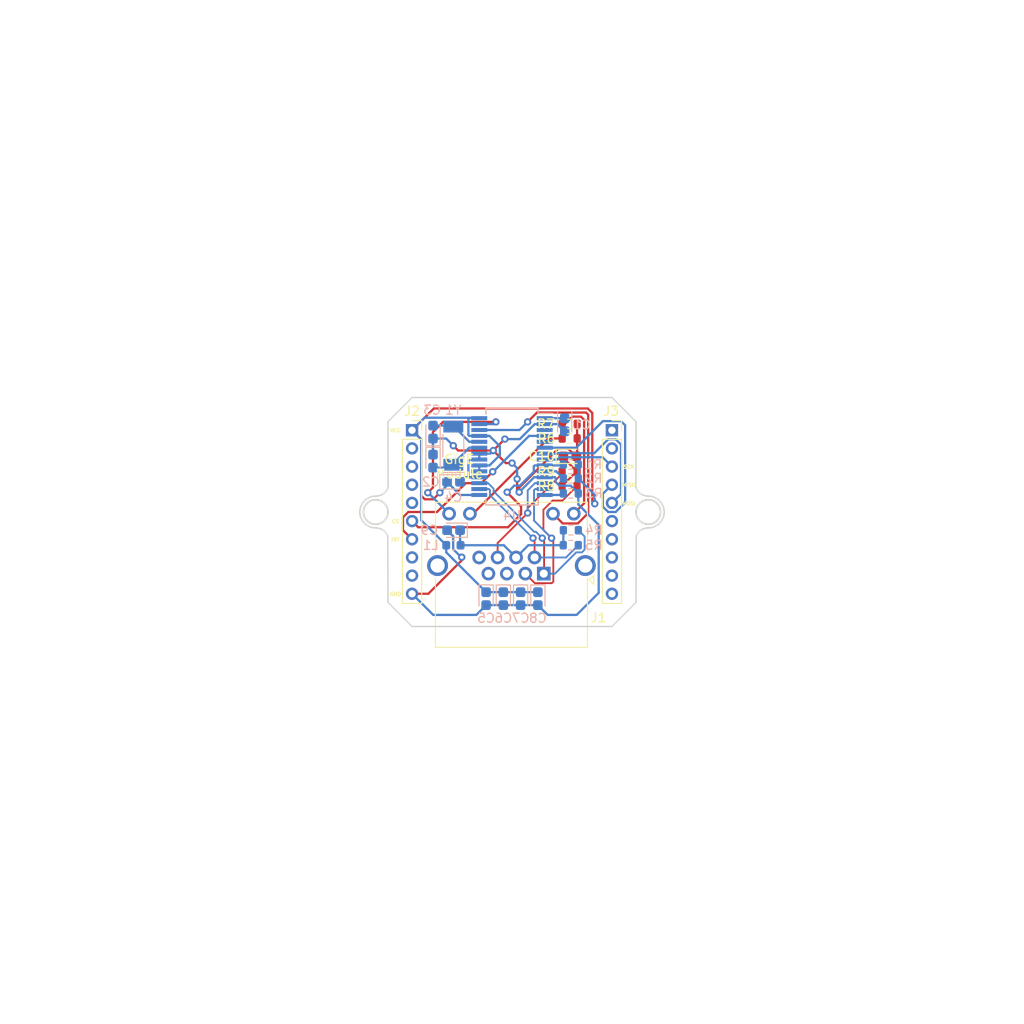
<source format=kicad_pcb>
(kicad_pcb (version 20221018) (generator pcbnew)
  (title_block (title "GigE Interface for Bitcraze Crazyflie 2.0") (date "2023-09-25") (company "Jose Ignacio Granados Marín") (comment 1 "Desarrollo de un vehículo aéreo no tripulado modular de bajo costo") (comment 2 "Trabajo Final de Graduación") (comment 3 "Área Académica de Ingeniería en Computadores") (comment 4 "Instituto Tecnológico de Costa Rica"))
  (layers (0 "F.Cu" signal) (31 "B.Cu" signal) (34 "B.Paste" user) (35 "F.Paste" user) (36 "B.SilkS" user "B.Silkscreen") (37 "F.SilkS" user "F.Silkscreen") (38 "B.Mask" user) (39 "F.Mask" user) (44 "Edge.Cuts" user))
  (net 0 "")
  (net 1 "Net-(U4-VCAP)")
  (net 2 "/GND")
  (net 3 "Net-(U4-OSC1)")
  (net 4 "Net-(U4-OSC2)")
  (net 5 "/VCC")
  (net 6 "Net-(C10-Pad1)")
  (net 10 "Net-(J1-Pad9)")
  (net 11 "/CS")
  (net 12 "/INT")
  (net 13 "Net-(J1-Pad11)")
  (net 17 "/SCK")
  (net 18 "/MISO")
  (net 19 "/MOSI")
  (net 25 "/LEDA")
  (net 26 "/LEDB")
  (net 27 "/TPOUT+")
  (net 28 "/TPOUT-")
  (net 29 "/TPIN+")
  (net 30 "/TPIN-")
  (net 31 "Net-(U4-~{RESET})")
  (net 32 "Net-(U4-RBIAS)")
  (net 40 "Net-(C9-Pad1)")
  (footprint "Connector_RJ:RJ45_Amphenol_RJHSE538X" (layer "F.Cu") (at 148.27 101.81 180)
    (fp_text reference "J1")
    (fp_text value "RJ45_LED" hide)
  )
  (footprint "Resistor_SMD:R_0603_1608Metric" (layer "F.Cu") (at 151.12 85.33)
    (fp_text reference "R7")
    (fp_text value "180" hide)
  )
  (footprint "Resistor_SMD:R_0603_1608Metric" (layer "F.Cu") (at 151.12 86.93)
    (fp_text reference "R6")
    (fp_text value "180" hide)
  )
  (footprint "Resistor_SMD:R_0603_1608Metric" (layer "F.Cu") (at 151.11 90.58)
    (fp_text reference "R9")
    (fp_text value "49.9" hide)
  )
  (footprint "Connector_PinSocket_2.00mm:PinSocket_1x10_P2.00mm_Vertical" (layer "F.Cu") (at 155.772 86.025)
    (fp_text reference "J3")
    (fp_text value "Conn_01x10_Socket" hide)
  )
  (footprint "Connector_PinSocket_2.00mm:PinSocket_1x10_P2.00mm_Vertical" (layer "F.Cu") (at 133.772 86.025)
    (fp_text reference "J2")
    (fp_text value "Conn_01x10_Socket" hide)
  )
  (footprint "Capacitor_Tantalum_SMD:CP_EIA-1608-08_AVX-J" (layer "F.Cu") (at 151.1325 88.9)
    (fp_text reference "C10")
    (fp_text value "10nF" hide)
  )
  (footprint "Resistor_SMD:R_0603_1608Metric" (layer "F.Cu") (at 151.11 92.16)
    (fp_text reference "R8")
    (fp_text value "49.9" hide)
  )
  (footprint "Resistor_SMD:R_0603_1608Metric" (layer "B.Cu") (at 151.247 91.325 180)
    (fp_text reference "R2")
    (fp_text value "10k" hide)
  )
  (footprint "Package_SO:SSOP-28_5.3x10.2mm_P0.65mm" (layer "B.Cu") (at 144.772 88.925 180)
    (fp_text reference "U4")
    (fp_text value "ENC28J60x-SS" hide)
  )
  (footprint "Capacitor_Tantalum_SMD:CP_EIA-1608-08_AVX-J" (layer "B.Cu") (at 145.72 104.56 -90)
    (fp_text reference "C7")
    (fp_text value "100nF" hide)
  )
  (footprint "Capacitor_Tantalum_SMD:CP_EIA-1608-08_AVX-J" (layer "B.Cu") (at 143.82 104.56 -90)
    (fp_text reference "C6")
    (fp_text value "100nF" hide)
  )
  (footprint "Resistor_SMD:R_0603_1608Metric" (layer "B.Cu") (at 151.24 98.68 180)
    (fp_text reference "R5")
    (fp_text value "49.9" hide)
  )
  (footprint "Capacitor_Tantalum_SMD:CP_EIA-1608-08_AVX-J" (layer "B.Cu") (at 136.08 86.2275 90)
    (fp_text reference "C3")
    (fp_text value "18pF" hide)
  )
  (footprint "Inductor_SMD:L_0603_1608Metric" (layer "B.Cu") (at 138.3225 98.684)
    (fp_text reference "L1")
    (fp_text value "10uH" hide)
  )
  (footprint "Capacitor_Tantalum_SMD:CP_EIA-1608-08_AVX-J" (layer "B.Cu") (at 147.62 104.56 -90)
    (fp_text reference "C8")
    (fp_text value "100nF" hide)
  )
  (footprint "Resistor_SMD:R_0603_1608Metric" (layer "B.Cu") (at 151.25 97.03)
    (fp_text reference "R4")
    (fp_text value "49.9" hide)
  )
  (footprint "Capacitor_Tantalum_SMD:CP_EIA-1608-08_AVX-J" (layer "B.Cu") (at 136.08 89.4225 -90)
    (fp_text reference "C2")
    (fp_text value "18pF" hide)
  )
  (footprint "Resistor_SMD:R_0603_1608Metric" (layer "B.Cu") (at 151.247 89.8 180)
    (fp_text reference "R1")
    (fp_text value "100k" hide)
  )
  (footprint "Crystal:Crystal_SMD_MicroCrystal_CC4V-T1A-2Pin_5.0x1.9mm" (layer "B.Cu") (at 138.312 87.725 90)
    (fp_text reference "Y1")
    (fp_text value "25MHz" hide)
  )
  (footprint "Capacitor_Tantalum_SMD:CP_EIA-1608-08_AVX-J" (layer "B.Cu") (at 138.3345 91.71)
    (fp_text reference "C4")
    (fp_text value "100nF" hide)
  )
  (footprint "Capacitor_Tantalum_SMD:CP_EIA-1608-08_AVX-J" (layer "B.Cu") (at 141.92 104.56 -90)
    (fp_text reference "C5")
    (fp_text value "100nF" hide)
  )
  (footprint "Capacitor_Tantalum_SMD:CP_EIA-1608-08_AVX-J" (layer "B.Cu") (at 150.572 85.425 -90)
    (fp_text reference "C1")
    (fp_text value "10uF" hide)
  )
  (footprint "Capacitor_Tantalum_SMD:CP_EIA-1608-08_AVX-J" (layer "B.Cu") (at 138.345 97.03 180)
    (fp_text reference "C9")
    (fp_text value "0.01u" hide)
  )
  (footprint "Resistor_SMD:R_0603_1608Metric" (layer "B.Cu") (at 151.247 92.975)
    (fp_text reference "R3")
    (fp_text value "2k" hide)
  )
  (gr_line (start 129.969179 96.789017) (end 130.067656 96.806292) (stroke (width 0.15)) (layer "Edge.Cuts"))
  (gr_line (start 130.419649 93.122851) (end 130.32865 93.164266) (stroke (width 0.15)) (layer "Edge.Cuts"))
  (gr_line (start 160.070533 93.300651) (end 160.168526 93.320515) (stroke (width 0.15)) (layer "Edge.Cuts"))
  (gr_line (start 131.015368 97.485636) (end 131.063353 97.573348) (stroke (width 0.15)) (layer "Edge.Cuts"))
  (gr_line (start 129.869746 96.77857) (end 129.969179 96.789017) (stroke (width 0.15)) (layer "Edge.Cuts"))
  (gr_line (start 128.108061 95.567042) (end 128.141734 95.661188) (stroke (width 0.15)) (layer "Edge.Cuts"))
  (gr_line (start 160.544426 93.454694) (end 160.632848 93.501372) (stroke (width 0.15)) (layer "Edge.Cuts"))
  (gr_line (start 129.674263 96.772269) (end 129.76983 96.774999) (stroke (width 0.15)) (layer "Edge.Cuts"))
  (gr_line (start 158.444983 92.415967) (end 158.489026 92.505724) (stroke (width 0.15)) (layer "Edge.Cuts"))
  (gr_line (start 161.521254 95.076099) (end 161.515481 95.175918) (stroke (width 0.15)) (layer "Edge.Cuts"))
  (gr_line (start 159.869737 96.772269) (end 159.77417 96.774999) (stroke (width 0.15)) (layer "Edge.Cuts"))
  (gr_line (start 159.284126 96.860963) (end 159.191299 96.898098) (stroke (width 0.15)) (layer "Edge.Cuts"))
  (gr_line (start 128.274158 95.92997) (end 128.328287 96.014037) (stroke (width 0.15)) (layer "Edge.Cuts"))
  (gr_line (start 160.799192 96.441819) (end 160.716599 96.498172) (stroke (width 0.15)) (layer "Edge.Cuts"))
  (gr_line (start 131.136789 92.323396) (end 131.122 85.075) (stroke (width 0.15)) (layer "Edge.Cuts"))
  (gr_line (start 161.51567 94.876285) (end 161.521317 94.976112) (stroke (width 0.15)) (layer "Edge.Cuts"))
  (gr_line (start 129.475647 96.749725) (end 129.574633 96.763835) (stroke (width 0.15)) (layer "Edge.Cuts"))
  (gr_line (start 161.269842 95.92997) (end 161.215713 96.014037) (stroke (width 0.15)) (layer "Edge.Cuts"))
  (gr_line (start 161.402266 95.661188) (end 161.363271 95.753256) (stroke (width 0.15)) (layer "Edge.Cuts"))
  (gr_line (start 158.407211 92.323396) (end 158.444983 92.415967) (stroke (width 0.15)) (layer "Edge.Cuts"))
  (gr_line (start 128.588309 93.736056) (end 128.516627 93.805763) (stroke (width 0.15)) (layer "Edge.Cuts"))
  (gr_line (start 161.027373 93.805763) (end 161.094957 93.879449) (stroke (width 0.15)) (layer "Edge.Cuts"))
  (gr_line (start 128.518169 96.245823) (end 128.589939 96.315439) (stroke (width 0.15)) (layer "Edge.Cuts"))
  (gr_line (start 128.141734 95.661188) (end 128.180729 95.753256) (stroke (width 0.15)) (layer "Edge.Cuts"))
  (gr_line (start 129.278775 93.345944) (end 129.183686 93.376853) (stroke (width 0.15)) (layer "Edge.Cuts"))
  (gr_line (start 161.216962 94.037789) (end 161.270985 94.121924) (stroke (width 0.15)) (layer "Edge.Cuts"))
  (gr_line (start 160.263102 96.704678) (end 160.166372 96.729985) (stroke (width 0.15)) (layer "Edge.Cuts"))
  (gr_line (start 160.954061 96.315439) (end 160.878433 96.380842) (stroke (width 0.15)) (layer "Edge.Cuts"))
  (gr_line (start 130.235021 93.199333) (end 130.139204 93.227884) (stroke (width 0.15)) (layer "Edge.Cuts"))
  (gr_line (start 159.574821 96.789017) (end 159.476344 96.806292) (stroke (width 0.15)) (layer "Edge.Cuts"))
  (gr_line (start 128.039669 94.776944) (end 128.02833 94.876285) (stroke (width 0.15)) (layer "Edge.Cuts"))
  (gr_line (start 130.748972 92.898038) (end 130.672639 92.962609) (stroke (width 0.15)) (layer "Edge.Cuts"))
  (gr_line (start 161.504016 95.275245) (end 161.486897 95.373755) (stroke (width 0.15)) (layer "Edge.Cuts"))
  (gr_line (start 130.961453 97.401438) (end 131.015368 97.485636) (stroke (width 0.15)) (layer "Edge.Cuts"))
  (gr_line (start 131.00487 92.592244) (end 130.948941 92.675117) (stroke (width 0.15)) (layer "Edge.Cuts"))
  (gr_line (start 129.473467 93.300651) (end 129.375474 93.320515) (stroke (width 0.15)) (layer "Edge.Cuts"))
  (gr_line (start 129.280898 96.704678) (end 129.377628 96.729985) (stroke (width 0.15)) (layer "Edge.Cuts"))
  (gr_line (start 130.259874 96.860963) (end 130.352701 96.898098) (stroke (width 0.15)) (layer "Edge.Cuts"))
  (gr_line (start 160.880146 93.670557) (end 160.955691 93.736056) (stroke (width 0.15)) (layer "Edge.Cuts"))
  (gr_line (start 160.068353 96.749725) (end 159.969367 96.763835) (stroke (width 0.15)) (layer "Edge.Cuts"))
  (gr_line (start 159.404796 93.227884) (end 159.502348 93.249785) (stroke (width 0.15)) (layer "Edge.Cuts"))
  (gr_line (start 158.707116 97.245172) (end 158.642137 97.321157) (stroke (width 0.15)) (layer "Edge.Cuts"))
  (gr_line (start 161.270985 94.121924) (end 161.320114 94.209008) (stroke (width 0.15)) (layer "Edge.Cuts"))
  (gr_line (start 161.36419 94.298755) (end 161.403069 94.390873) (stroke (width 0.15)) (layer "Edge.Cuts"))
  (gr_line (start 128.079258 94.581012) (end 128.056664 94.678413) (stroke (width 0.15)) (layer "Edge.Cuts"))
  (gr_line (start 130.901863 97.321157) (end 130.961453 97.401438) (stroke (width 0.15)) (layer "Edge.Cuts"))
  (gr_line (start 128.180729 95.753256) (end 128.224918 95.842948) (stroke (width 0.15)) (layer "Edge.Cuts"))
  (gr_line (start 158.489026 92.505724) (end 158.53913 92.592244) (stroke (width 0.15)) (layer "Edge.Cuts"))
  (gr_line (start 131.054974 92.505724) (end 131.00487 92.592244) (stroke (width 0.15)) (layer "Edge.Cuts"))
  (gr_line (start 129.00156 96.596281) (end 129.092556 96.637717) (stroke (width 0.15)) (layer "Edge.Cuts"))
  (gr_line (start 160.800982 93.60948) (end 160.880146 93.670557) (stroke (width 0.15)) (layer "Edge.Cuts"))
  (gr_line (start 159.674254 96.77857) (end 159.574821 96.789017) (stroke (width 0.15)) (layer "Edge.Cuts"))
  (gr_line (start 128.744808 96.441819) (end 128.827401 96.498172) (stroke (width 0.15)) (layer "Edge.Cuts"))
  (gr_line (start 158.422 104.975) (end 157.672 105.725) (stroke (width 0.15)) (layer "Edge.Cuts"))
  (gr_line (start 158.951949 93.021783) (end 159.036412 93.075281) (stroke (width 0.15)) (layer "Edge.Cuts"))
  (gr_line (start 161.158222 93.956876) (end 161.216962 94.037789) (stroke (width 0.15)) (layer "Edge.Cuts"))
  (gr_line (start 161.156871 96.094876) (end 161.093508 96.172222) (stroke (width 0.15)) (layer "Edge.Cuts"))
  (gr_line (start 129.375474 93.320515) (end 129.278775 93.345944) (stroke (width 0.15)) (layer "Edge.Cuts"))
  (gr_line (start 129.843193 93.273256) (end 129.772 93.275) (stroke (width 0.15)) (layer "Edge.Cuts"))
  (gr_line (start 161.464742 94.581012) (end 161.487336 94.678413) (stroke (width 0.15)) (layer "Edge.Cuts"))
  (gr_line (start 158.723312 92.828376) (end 158.795028 92.898038) (stroke (width 0.15)) (layer "Edge.Cuts"))
  (gr_line (start 161.094957 93.879449) (end 161.158222 93.956876) (stroke (width 0.15)) (layer "Edge.Cuts"))
  (gr_line (start 129.572435 93.286416) (end 129.473467 93.300651) (stroke (width 0.15)) (layer "Edge.Cuts"))
  (gr_line (start 158.53913 92.592244) (end 158.595059 92.675117) (stroke (width 0.15)) (layer "Edge.Cuts"))
  (gr_line (start 159.101251 96.941543) (end 159.014411 96.991089) (stroke (width 0.15)) (layer "Edge.Cuts"))
  (gr_line (start 128.057103 95.373755) (end 128.07982 95.471127) (stroke (width 0.15)) (layer "Edge.Cuts"))
  (gr_line (start 131.872 105.725) (end 133.772 107.625) (stroke (width 0.15)) (layer "Edge.Cuts"))
  (gr_line (start 130.529589 96.991089) (end 130.612809 97.046502) (stroke (width 0.15)) (layer "Edge.Cuts"))
  (gr_line (start 161.403069 94.390873) (end 161.436622 94.485062) (stroke (width 0.15)) (layer "Edge.Cuts"))
  (gr_line (start 158.528632 97.485636) (end 158.480647 97.573348) (stroke (width 0.15)) (layer "Edge.Cuts"))
  (gr_line (start 130.766822 97.173846) (end 130.836884 97.245172) (stroke (width 0.15)) (layer "Edge.Cuts"))
  (gr_line (start 128.999574 93.454694) (end 128.911152 93.501372) (stroke (width 0.15)) (layer "Edge.Cuts"))
  (gr_line (start 133.772 82.425) (end 153.972 82.425) (stroke (width 0.15)) (layer "Edge.Cuts"))
  (gr_line (start 159.77417 96.774999) (end 159.77417 96.774999) (stroke (width 0.15)) (layer "Edge.Cuts"))
  (gr_line (start 161.320114 94.209008) (end 161.36419 94.298755) (stroke (width 0.15)) (layer "Edge.Cuts"))
  (gr_line (start 160.453482 93.413143) (end 160.544426 93.454694) (stroke (width 0.15)) (layer "Edge.Cuts"))
  (gr_line (start 158.795028 92.898038) (end 158.871361 92.962609) (stroke (width 0.15)) (layer "Edge.Cuts"))
  (gr_line (start 130.139204 93.227884) (end 130.041652 93.249785) (stroke (width 0.15)) (layer "Edge.Cuts"))
  (gr_line (start 128.911152 93.501372) (end 128.82554 93.553023) (stroke (width 0.15)) (layer "Edge.Cuts"))
  (gr_line (start 160.166372 96.729985) (end 160.068353 96.749725) (stroke (width 0.15)) (layer "Edge.Cuts"))
  (gr_line (start 128.589939 96.315439) (end 128.665567 96.380842) (stroke (width 0.15)) (layer "Edge.Cuts"))
  (gr_line (start 130.32865 93.164266) (end 130.235021 93.199333) (stroke (width 0.15)) (layer "Edge.Cuts"))
  (gr_line (start 128.02833 94.876285) (end 128.022683 94.976112) (stroke (width 0.15)) (layer "Edge.Cuts"))
  (gr_line (start 158.422 85.075) (end 157.672 84.325) (stroke (width 0.15)) (layer "Edge.Cuts"))
  (gr_line (start 158.777178 97.173846) (end 158.707116 97.245172) (stroke (width 0.15)) (layer "Edge.Cuts"))
  (gr_line (start 129.672054 93.277856) (end 129.572435 93.286416) (stroke (width 0.15)) (layer "Edge.Cuts"))
  (gr_line (start 161.486897 95.373755) (end 161.46418 95.471127) (stroke (width 0.15)) (layer "Edge.Cuts"))
  (gr_line (start 161.487336 94.678413) (end 161.504331 94.776944) (stroke (width 0.15)) (layer "Edge.Cuts"))
  (gr_line (start 128.387129 96.094876) (end 128.450492 96.172222) (stroke (width 0.15)) (layer "Edge.Cuts"))
  (gr_line (start 161.093508 96.172222) (end 161.025831 96.245823) (stroke (width 0.15)) (layer "Edge.Cuts"))
  (gr_line (start 131.105179 97.664159) (end 131.122 104.975) (stroke (width 0.15)) (layer "Edge.Cuts"))
  (gr_line (start 161.363271 95.753256) (end 161.319082 95.842948) (stroke (width 0.15)) (layer "Edge.Cuts"))
  (gr_line (start 128.07982 95.471127) (end 128.108061 95.567042) (stroke (width 0.15)) (layer "Edge.Cuts"))
  (gr_line (start 159.191299 96.898098) (end 159.101251 96.941543) (stroke (width 0.15)) (layer "Edge.Cuts"))
  (gr_line (start 158.642137 97.321157) (end 158.582547 97.401438) (stroke (width 0.15)) (layer "Edge.Cuts"))
  (gr_line (start 159.772 93.275) (end 159.871946 93.277856) (stroke (width 0.15)) (layer "Edge.Cuts"))
  (gr_line (start 130.164708 96.830312) (end 130.259874 96.860963) (stroke (width 0.15)) (layer "Edge.Cuts"))
  (gr_line (start 159.308979 93.199333) (end 159.404796 93.227884) (stroke (width 0.15)) (layer "Edge.Cuts"))
  (gr_line (start 159.969367 96.763835) (end 159.869737 96.772269) (stroke (width 0.15)) (layer "Edge.Cuts"))
  (gr_line (start 160.955691 93.736056) (end 161.027373 93.805763) (stroke (width 0.15)) (layer "Edge.Cuts"))
  (gr_line (start 128.056664 94.678413) (end 128.039669 94.776944) (stroke (width 0.15)) (layer "Edge.Cuts"))
  (gr_line (start 161.215713 96.014037) (end 161.156871 96.094876) (stroke (width 0.15)) (layer "Edge.Cuts"))
  (gr_line (start 130.041652 93.249785) (end 129.942826 93.264933) (stroke (width 0.15)) (layer "Edge.Cuts"))
  (gr_line (start 160.630922 96.549715) (end 160.54244 96.596281) (stroke (width 0.15)) (layer "Edge.Cuts"))
  (gr_line (start 157.672 105.725) (end 155.772 107.625) (stroke (width 0.15)) (layer "Edge.Cuts"))
  (gr_line (start 159.601174 93.264933) (end 159.700807 93.273256) (stroke (width 0.15)) (layer "Edge.Cuts"))
  (gr_line (start 128.663854 93.670557) (end 128.588309 93.736056) (stroke (width 0.15)) (layer "Edge.Cuts"))
  (gr_line (start 158.407211 92.323396) (end 158.422 85.075) (stroke (width 0.15)) (layer "Edge.Cuts"))
  (gr_line (start 158.851988 97.107517) (end 158.777178 97.173846) (stroke (width 0.15)) (layer "Edge.Cuts"))
  (gr_line (start 161.46418 95.471127) (end 161.435939 95.567042) (stroke (width 0.15)) (layer "Edge.Cuts"))
  (gr_line (start 130.442749 96.941543) (end 130.529589 96.991089) (stroke (width 0.15)) (layer "Edge.Cuts"))
  (gr_line (start 159.014411 96.991089) (end 158.931191 97.046502) (stroke (width 0.15)) (layer "Edge.Cuts"))
  (gr_line (start 159.971565 93.286416) (end 160.070533 93.300651) (stroke (width 0.15)) (layer "Edge.Cuts"))
  (gr_line (start 129.090518 93.413143) (end 128.999574 93.454694) (stroke (width 0.15)) (layer "Edge.Cuts"))
  (gr_line (start 158.931191 97.046502) (end 158.851988 97.107517) (stroke (width 0.15)) (layer "Edge.Cuts"))
  (gr_line (start 159.124351 93.122851) (end 159.21535 93.164266) (stroke (width 0.15)) (layer "Edge.Cuts"))
  (gr_line (start 159.77417 96.774999) (end 159.674254 96.77857) (stroke (width 0.15)) (layer "Edge.Cuts"))
  (gr_line (start 128.039984 95.275245) (end 128.057103 95.373755) (stroke (width 0.15)) (layer "Edge.Cuts"))
  (gr_line (start 157.672 84.325) (end 155.772 82.425) (stroke (width 0.15)) (layer "Edge.Cuts"))
  (gr_line (start 128.028519 95.175918) (end 128.039984 95.275245) (stroke (width 0.15)) (layer "Edge.Cuts"))
  (gr_line (start 161.025831 96.245823) (end 160.954061 96.315439) (stroke (width 0.15)) (layer "Edge.Cuts"))
  (gr_line (start 160.360314 93.376853) (end 160.453482 93.413143) (stroke (width 0.15)) (layer "Edge.Cuts"))
  (gr_line (start 160.35823 96.673889) (end 160.263102 96.704678) (stroke (width 0.15)) (layer "Edge.Cuts"))
  (gr_line (start 128.107378 94.485062) (end 128.079258 94.581012) (stroke (width 0.15)) (layer "Edge.Cuts"))
  (gr_line (start 158.871361 92.962609) (end 158.951949 93.021783) (stroke (width 0.15)) (layer "Edge.Cuts"))
  (gr_line (start 159.700807 93.273256) (end 159.772 93.275) (stroke (width 0.15)) (layer "Edge.Cuts"))
  (gr_line (start 159.21535 93.164266) (end 159.308979 93.199333) (stroke (width 0.15)) (layer "Edge.Cuts"))
  (gr_line (start 161.319082 95.842948) (end 161.269842 95.92997) (stroke (width 0.15)) (layer "Edge.Cuts"))
  (gr_line (start 128.140931 94.390873) (end 128.107378 94.485062) (stroke (width 0.15)) (layer "Edge.Cuts"))
  (gr_line (start 128.450492 96.172222) (end 128.518169 96.245823) (stroke (width 0.15)) (layer "Edge.Cuts"))
  (gr_line (start 130.820688 92.828376) (end 130.748972 92.898038) (stroke (width 0.15)) (layer "Edge.Cuts"))
  (gr_line (start 131.136789 92.323396) (end 131.099017 92.415967) (stroke (width 0.15)) (layer "Edge.Cuts"))
  (gr_line (start 129.574633 96.763835) (end 129.674263 96.772269) (stroke (width 0.15)) (layer "Edge.Cuts"))
  (gr_line (start 130.592051 93.021783) (end 130.507588 93.075281) (stroke (width 0.15)) (layer "Edge.Cuts"))
  (gr_line (start 155.772 107.625) (end 133.772 107.625) (stroke (width 0.15)) (layer "Edge.Cuts"))
  (gr_line (start 160.632848 93.501372) (end 160.71846 93.553023) (stroke (width 0.15)) (layer "Edge.Cuts"))
  (gr_line (start 128.913078 96.549715) (end 129.00156 96.596281) (stroke (width 0.15)) (layer "Edge.Cuts"))
  (gr_line (start 160.716599 96.498172) (end 160.630922 96.549715) (stroke (width 0.15)) (layer "Edge.Cuts"))
  (gr_line (start 161.515481 95.175918) (end 161.504016 95.275245) (stroke (width 0.15)) (layer "Edge.Cuts"))
  (gr_circle (center 129.772 95.025) (end 131.122 95.025) (stroke (width 0.2)) (fill none) (layer "Edge.Cuts"))
  (gr_line (start 128.328287 96.014037) (end 128.387129 96.094876) (stroke (width 0.15)) (layer "Edge.Cuts"))
  (gr_line (start 128.224918 95.842948) (end 128.274158 95.92997) (stroke (width 0.15)) (layer "Edge.Cuts"))
  (gr_line (start 131.099017 92.415967) (end 131.054974 92.505724) (stroke (width 0.15)) (layer "Edge.Cuts"))
  (gr_line (start 130.507588 93.075281) (end 130.419649 93.122851) (stroke (width 0.15)) (layer "Edge.Cuts"))
  (gr_line (start 130.672639 92.962609) (end 130.592051 93.021783) (stroke (width 0.15)) (layer "Edge.Cuts"))
  (gr_line (start 160.54244 96.596281) (end 160.451444 96.637717) (stroke (width 0.15)) (layer "Edge.Cuts"))
  (gr_line (start 158.65655 92.753951) (end 158.723312 92.828376) (stroke (width 0.15)) (layer "Edge.Cuts"))
  (gr_line (start 131.122 104.975) (end 131.872 105.725) (stroke (width 0.15)) (layer "Edge.Cuts"))
  (gr_line (start 131.872 84.325) (end 133.772 82.425) (stroke (width 0.15)) (layer "Edge.Cuts"))
  (gr_line (start 160.71846 93.553023) (end 160.800982 93.60948) (stroke (width 0.15)) (layer "Edge.Cuts"))
  (gr_line (start 129.377628 96.729985) (end 129.475647 96.749725) (stroke (width 0.15)) (layer "Edge.Cuts"))
  (gr_line (start 129.942826 93.264933) (end 129.843193 93.273256) (stroke (width 0.15)) (layer "Edge.Cuts"))
  (gr_line (start 128.022746 95.076099) (end 128.028519 95.175918) (stroke (width 0.15)) (layer "Edge.Cuts"))
  (gr_line (start 161.436622 94.485062) (end 161.464742 94.581012) (stroke (width 0.15)) (layer "Edge.Cuts"))
  (gr_line (start 159.036412 93.075281) (end 159.124351 93.122851) (stroke (width 0.15)) (layer "Edge.Cuts"))
  (gr_line (start 128.827401 96.498172) (end 128.913078 96.549715) (stroke (width 0.15)) (layer "Edge.Cuts"))
  (gr_line (start 129.092556 96.637717) (end 129.18577 96.673889) (stroke (width 0.15)) (layer "Edge.Cuts"))
  (gr_line (start 160.878433 96.380842) (end 160.799192 96.441819) (stroke (width 0.15)) (layer "Edge.Cuts"))
  (gr_line (start 129.76983 96.774999) (end 129.869746 96.77857) (stroke (width 0.15)) (layer "Edge.Cuts"))
  (gr_line (start 130.067656 96.806292) (end 130.164708 96.830312) (stroke (width 0.15)) (layer "Edge.Cuts"))
  (gr_line (start 158.595059 92.675117) (end 158.65655 92.753951) (stroke (width 0.15)) (layer "Edge.Cuts"))
  (gr_line (start 160.168526 93.320515) (end 160.265225 93.345944) (stroke (width 0.15)) (layer "Edge.Cuts"))
  (gr_line (start 128.273015 94.121924) (end 128.223886 94.209008) (stroke (width 0.15)) (layer "Edge.Cuts"))
  (gr_line (start 159.476344 96.806292) (end 159.379292 96.830312) (stroke (width 0.15)) (layer "Edge.Cuts"))
  (gr_line (start 129.183686 93.376853) (end 129.090518 93.413143) (stroke (width 0.15)) (layer "Edge.Cuts"))
  (gr_line (start 160.451444 96.637717) (end 160.35823 96.673889) (stroke (width 0.15)) (layer "Edge.Cuts"))
  (gr_line (start 131.122 85.075) (end 131.872 84.325) (stroke (width 0.15)) (layer "Edge.Cuts"))
  (gr_line (start 128.516627 93.805763) (end 128.449043 93.879449) (stroke (width 0.15)) (layer "Edge.Cuts"))
  (gr_line (start 159.379292 96.830312) (end 159.284126 96.860963) (stroke (width 0.15)) (layer "Edge.Cuts"))
  (gr_line (start 128.743018 93.60948) (end 128.663854 93.670557) (stroke (width 0.15)) (layer "Edge.Cuts"))
  (gr_line (start 130.612809 97.046502) (end 130.692012 97.107517) (stroke (width 0.15)) (layer "Edge.Cuts"))
  (gr_line (start 129.18577 96.673889) (end 129.280898 96.704678) (stroke (width 0.15)) (layer "Edge.Cuts"))
  (gr_line (start 155.772 82.425) (end 153.972 82.425) (stroke (width 0.15)) (layer "Edge.Cuts"))
  (gr_line (start 158.582547 97.401438) (end 158.528632 97.485636) (stroke (width 0.15)) (layer "Edge.Cuts"))
  (gr_line (start 130.948941 92.675117) (end 130.88745 92.753951) (stroke (width 0.15)) (layer "Edge.Cuts"))
  (gr_line (start 129.772 93.275) (end 129.672054 93.277856) (stroke (width 0.15)) (layer "Edge.Cuts"))
  (gr_line (start 128.82554 93.553023) (end 128.743018 93.60948) (stroke (width 0.15)) (layer "Edge.Cuts"))
  (gr_line (start 161.504331 94.776944) (end 161.51567 94.876285) (stroke (width 0.15)) (layer "Edge.Cuts"))
  (gr_line (start 131.063353 97.573348) (end 131.105179 97.664159) (stroke (width 0.15)) (layer "Edge.Cuts"))
  (gr_line (start 130.352701 96.898098) (end 130.442749 96.941543) (stroke (width 0.15)) (layer "Edge.Cuts"))
  (gr_line (start 128.022683 94.976112) (end 128.022746 95.076099) (stroke (width 0.15)) (layer "Edge.Cuts"))
  (gr_line (start 160.265225 93.345944) (end 160.360314 93.376853) (stroke (width 0.15)) (layer "Edge.Cuts"))
  (gr_line (start 130.88745 92.753951) (end 130.820688 92.828376) (stroke (width 0.15)) (layer "Edge.Cuts"))
  (gr_line (start 159.502348 93.249785) (end 159.601174 93.264933) (stroke (width 0.15)) (layer "Edge.Cuts"))
  (gr_line (start 161.435939 95.567042) (end 161.402266 95.661188) (stroke (width 0.15)) (layer "Edge.Cuts"))
  (gr_line (start 158.438821 97.664159) (end 158.422 104.975) (stroke (width 0.15)) (layer "Edge.Cuts"))
  (gr_line (start 128.327038 94.037789) (end 128.273015 94.121924) (stroke (width 0.15)) (layer "Edge.Cuts"))
  (gr_line (start 128.665567 96.380842) (end 128.744808 96.441819) (stroke (width 0.15)) (layer "Edge.Cuts"))
  (gr_line (start 128.449043 93.879449) (end 128.385778 93.956876) (stroke (width 0.15)) (layer "Edge.Cuts"))
  (gr_line (start 161.521317 94.976112) (end 161.521254 95.076099) (stroke (width 0.15)) (layer "Edge.Cuts"))
  (gr_circle (center 159.772 95.025) (end 161.122 95.025) (stroke (width 0.2)) (fill none) (layer "Edge.Cuts"))
  (gr_line (start 128.385778 93.956876) (end 128.327038 94.037789) (stroke (width 0.15)) (layer "Edge.Cuts"))
  (gr_line (start 159.871946 93.277856) (end 159.971565 93.286416) (stroke (width 0.15)) (layer "Edge.Cuts"))
  (gr_line (start 128.17981 94.298755) (end 128.140931 94.390873) (stroke (width 0.15)) (layer "Edge.Cuts"))
  (gr_line (start 128.223886 94.209008) (end 128.17981 94.298755) (stroke (width 0.15)) (layer "Edge.Cuts"))
  (gr_line (start 158.480647 97.573348) (end 158.438821 97.664159) (stroke (width 0.15)) (layer "Edge.Cuts"))
  (gr_line (start 130.692012 97.107517) (end 130.766822 97.173846) (stroke (width 0.15)) (layer "Edge.Cuts"))
  (gr_line (start 130.836884 97.245172) (end 130.901863 97.321157) (stroke (width 0.15)) (layer "Edge.Cuts"))
  (gr_text "GND" (at 131.95 104.06) (layer "F.SilkS") (effects (font (size 0.4 0.4) (thickness 0.1) bold)))
  (gr_text "INT" (at 131.95 98.06) (layer "F.SilkS") (effects (font (size 0.4 0.4) (thickness 0.1) bold)))
  (gr_text "SCK" (at 157.64 90.06) (layer "F.SilkS") (effects (font (size 0.4 0.4) (thickness 0.1) bold)))
  (gr_text "GigE\nModule" (at 138.96 90.03) (layer "F.SilkS") (effects (font (size 1 1))))
  (gr_text "CS" (at 131.95 96.06) (layer "F.SilkS") (effects (font (size 0.4 0.4) (thickness 0.1) bold)))
  (gr_text "VCC" (at 131.95 86.05) (layer "F.SilkS") (effects (font (size 0.4 0.4) (thickness 0.1) bold)))
  (gr_text "MISO" (at 157.64 92.05) (layer "F.SilkS") (effects (font (size 0.4 0.4) (thickness 0.1) bold)))
  (gr_text "MOSI" (at 157.64 94.09) (layer "F.SilkS") (effects (font (size 0.4 0.4) (thickness 0.1) bold)))
  (segment (start 150.5595 84.7) (end 150.572 84.7125) (width 0.25) (layer "B.Cu") (net 1))
  (segment (start 148.372 84.7) (end 150.5595 84.7) (width 0.25) (layer "B.Cu") (net 1))
  (segment (start 151.795673 88.9) (end 150.945673 88.05) (width 0.25) (layer "F.Cu") (net 2))
  (segment (start 145.334503 92.614503) (end 145.56 92.84) (width 0.25) (layer "F.Cu") (net 2))
  (segment (start 139.24 100) (end 139.24 100.345966) (width 0.25) (layer "F.Cu") (net 2))
  (segment (start 143.97 87) (end 142.71 88.26) (width 0.25) (layer "F.Cu") (net 2))
  (segment (start 139.24 100.345966) (end 135.560966 104.025) (width 0.25) (layer "F.Cu") (net 2))
  (segment (start 151.845 88.9) (end 151.795673 88.9) (width 0.25) (layer "F.Cu") (net 2))
  (segment (start 151.935 88.81) (end 151.845 88.9) (width 0.25) (layer "F.Cu") (net 2))
  (segment (start 144.78 89.64) (end 144.09 89.64) (width 0.25) (layer "F.Cu") (net 2))
  (segment (start 145.334503 91.3905) (end 145.334503 92.614503) (width 0.25) (layer "F.Cu") (net 2))
  (segment (start 151.935 87.25) (end 151.935 88.81) (width 0.25) (layer "F.Cu") (net 2))
  (segment (start 135.560966 104.025) (end 133.772 104.025) (width 0.25) (layer "F.Cu") (net 2))
  (segment (start 143.99 87) (end 143.97 87) (width 0.25) (layer "F.Cu") (net 2))
  (segment (start 150.945673 88.05) (end 149.86 88.05) (width 0.25) (layer "F.Cu") (net 2))
  (segment (start 151.935 85.65) (end 151.935 87.25) (width 0.25) (layer "F.Cu") (net 2))
  (segment (start 138.312 87.725) (end 138.847 88.26) (width 0.25) (layer "F.Cu") (net 2))
  (segment (start 149.86 88.05) (end 145.56 92.35) (width 0.25) (layer "F.Cu") (net 2))
  (segment (start 138.847 88.26) (end 142.71 88.26) (width 0.25) (layer "F.Cu") (net 2))
  (segment (start 144.09 89.64) (end 142.71 88.26) (width 0.25) (layer "F.Cu") (net 2))
  (segment (start 145.56 92.35) (end 145.56 92.84) (width 0.25) (layer "F.Cu") (net 2))
  (via (at 145.56 92.84) (size 0.8) (drill 0.4) (layers "F.Cu" "B.Cu") (net 2))
  (via (at 138.312 87.725) (size 0.8) (drill 0.4) (layers "F.Cu" "B.Cu") (net 2))
  (via (at 142.71 88.26) (size 0.8) (drill 0.4) (layers "F.Cu" "B.Cu") (net 2))
  (via (at 139.24 100) (size 0.8) (drill 0.4) (layers "F.Cu" "B.Cu") (net 2))
  (via (at 145.334503 91.3905) (size 0.8) (drill 0.4) (layers "F.Cu" "B.Cu") (net 2))
  (via (at 143.99 87) (size 0.8) (drill 0.4) (layers "F.Cu" "B.Cu") (net 2))
  (via (at 144.78 89.64) (size 0.8) (drill 0.4) (layers "F.Cu" "B.Cu") (net 2))
  (segment (start 148.372 91.2) (end 147.2 91.2) (width 0.25) (layer "B.Cu") (net 2))
  (segment (start 152.645 94.775) (end 154.315 96.445) (width 0.25) (layer "B.Cu") (net 2))
  (segment (start 148.6975 106.35) (end 147.62 105.2725) (width 0.25) (layer "B.Cu") (net 2))
  (segment (start 149.7845 85.35) (end 150.572 86.1375) (width 0.25) (layer "B.Cu") (net 2))
  (segment (start 138.2975 97.695) (end 138.2975 99.115479) (width 0.25) (layer "B.Cu") (net 2))
  (segment (start 152.072 92.975) (end 151.222 92.125) (width 0.25) (layer "B.Cu") (net 2))
  (segment (start 147.275305 85.35) (end 148.372 85.35) (width 0.25) (layer "B.Cu") (net 2))
  (segment (start 141.172 91.2) (end 139.557 91.2) (width 0.25) (layer "B.Cu") (net 2))
  (segment (start 136.097 106.35) (end 133.772 104.025) (width 0.25) (layer "B.Cu") (net 2))
  (segment (start 143.99 87) (end 145.625305 87) (width 0.25) (layer "B.Cu") (net 2))
  (segment (start 141.92 105.2725) (end 140.8425 106.35) (width 0.25) (layer "B.Cu") (net 2))
  (segment (start 140.8425 106.35) (end 136.097 106.35) (width 0.25) (layer "B.Cu") (net 2))
  (segment (start 144.78 89.64) (end 145.334503 90.194503) (width 0.25) (layer "B.Cu") (net 2))
  (segment (start 139.557 91.2) (end 139.047 91.71) (width 0.25) (layer "B.Cu") (net 2))
  (segment (start 141.172 91.2) (end 140.047 91.2) (width 0.25) (layer "B.Cu") (net 2))
  (segment (start 141.172 88.6) (end 142.37 88.6) (width 0.25) (layer "B.Cu") (net 2))
  (segment (start 149.497 91.2) (end 148.372 91.2) (width 0.25) (layer "B.Cu") (net 2))
  (segment (start 136.08 86.94) (end 137.527 86.94) (width 0.25) (layer "B.Cu") (net 2))
  (segment (start 139.972 89.325) (end 140.047 89.25) (width 0.25) (layer "B.Cu") (net 2))
  (segment (start 151.222 92.125) (end 149.995 92.125) (width 0.25) (layer "B.Cu") (net 2))
  (segment (start 152.072 94.19172) (end 152.645 94.76472) (width 0.25) (layer "B.Cu") (net 2))
  (segment (start 149.572 91.275) (end 149.497 91.2) (width 0.25) (layer "B.Cu") (net 2))
  (segment (start 137.527 86.94) (end 138.312 87.725) (width 0.25) (layer "B.Cu") (net 2))
  (segment (start 138.2975 99.115479) (end 139.182021 100) (width 0.25) (layer "B.Cu") (net 2))
  (segment (start 148.372 85.35) (end 149.7845 85.35) (width 0.25) (layer "B.Cu") (net 2))
  (segment (start 147.62 105.2725) (end 145.72 105.2725) (width 0.25) (layer "B.Cu") (net 2))
  (segment (start 147.2 91.2) (end 145.56 92.84) (width 0.25) (layer "B.Cu") (net 2))
  (segment (start 137.6325 97.03) (end 138.2975 97.695) (width 0.25) (layer "B.Cu") (net 2))
  (segment (start 152.072 92.975) (end 152.072 94.19172) (width 0.25) (layer "B.Cu") (net 2))
  (segment (start 154.315 103.923427) (end 151.888427 106.35) (width 0.25) (layer "B.Cu") (net 2))
  (segment (start 149.995 92.125) (end 149.572 91.702) (width 0.25) (layer "B.Cu") (net 2))
  (segment (start 154.315 96.445) (end 154.315 103.923427) (width 0.25) (layer "B.Cu") (net 2))
  (segment (start 137.6325 97.03) (end 137.6325 97.342521) (width 0.25) (layer "B.Cu") (net 2))
  (segment (start 145.334503 90.194503) (end 145.334503 91.3905) (width 0.25) (layer "B.Cu") (net 2))
  (segment (start 141.172 88.6) (end 141.172 89.25) (width 0.25) (layer "B.Cu") (net 2))
  (segment (start 136.08 86.94) (end 136.08 88.71) (width 0.25) (layer "B.Cu") (net 2))
  (segment (start 145.72 105.2725) (end 143.82 105.2725) (width 0.25) (layer "B.Cu") (net 2))
  (segment (start 140.047 91.2) (end 139.972 91.125) (width 0.25) (layer "B.Cu") (net 2))
  (segment (start 139.182021 100) (end 139.24 100) (width 0.25) (layer "B.Cu") (net 2))
  (segment (start 140.047 89.25) (end 141.172 89.25) (width 0.25) (layer "B.Cu") (net 2))
  (segment (start 143.82 105.2725) (end 141.92 105.2725) (width 0.25) (layer "B.Cu") (net 2))
  (segment (start 152.645 94.76472) (end 152.645 94.775) (width 0.25) (layer "B.Cu") (net 2))
  (segment (start 151.888427 106.35) (end 148.6975 106.35) (width 0.25) (layer "B.Cu") (net 2))
  (segment (start 139.972 91.125) (end 139.972 89.325) (width 0.25) (layer "B.Cu") (net 2))
  (segment (start 142.37 88.6) (end 142.71 88.26) (width 0.25) (layer "B.Cu") (net 2))
  (segment (start 145.625305 87) (end 147.275305 85.35) (width 0.25) (layer "B.Cu") (net 2))
  (segment (start 149.572 91.702) (end 149.572 91.275) (width 0.25) (layer "B.Cu") (net 2))
  (segment (start 138.312 89.71) (end 138.312 89.825) (width 0.25) (layer "B.Cu") (net 3))
  (segment (start 141.172 87.95) (end 140.072 87.95) (width 0.25) (layer "B.Cu") (net 3))
  (segment (start 136.08 90.135) (end 138.002 90.135) (width 0.25) (layer "B.Cu") (net 3))
  (segment (start 140.072 87.95) (end 138.312 89.71) (width 0.25) (layer "B.Cu") (net 3))
  (segment (start 138.002 90.135) (end 138.312 89.825) (width 0.25) (layer "B.Cu") (net 3))
  (segment (start 140.072 87.3) (end 138.397 85.625) (width 0.25) (layer "B.Cu") (net 4))
  (segment (start 138.397 85.625) (end 138.312 85.625) (width 0.25) (layer "B.Cu") (net 4))
  (segment (start 136.08 85.515) (end 138.202 85.515) (width 0.25) (layer "B.Cu") (net 4))
  (segment (start 138.202 85.515) (end 138.312 85.625) (width 0.25) (layer "B.Cu") (net 4))
  (segment (start 141.172 87.3) (end 140.072 87.3) (width 0.25) (layer "B.Cu") (net 4))
  (segment (start 136.83 92.9) (end 136.105 93.625) (width 0.25) (layer "F.Cu") (net 5))
  (segment (start 136.105 93.625) (end 135.175 93.625) (width 0.25) (layer "F.Cu") (net 5))
  (segment (start 134.78 93.23) (end 134.78 87.033) (width 0.25) (layer "F.Cu") (net 5))
  (segment (start 136.167 83.63) (end 133.772 86.025) (width 0.25) (layer "F.Cu") (net 5))
  (segment (start 153.6075 93.839391) (end 153.6075 84.1275) (width 0.25) (layer "F.Cu") (net 5))
  (segment (start 134.78 87.033) (end 133.772 86.025) (width 0.25) (layer "F.Cu") (net 5))
  (segment (start 135.175 93.625) (end 134.78 93.23) (width 0.25) (layer "F.Cu") (net 5))
  (segment (start 153.882 94.113891) (end 153.6075 93.839391) (width 0.25) (layer "F.Cu") (net 5))
  (segment (start 153.11 83.63) (end 136.167 83.63) (width 0.25) (layer "F.Cu") (net 5))
  (segment (start 153.6075 84.1275) (end 153.11 83.63) (width 0.25) (layer "F.Cu") (net 5))
  (via (at 136.83 92.9) (size 0.8) (drill 0.4) (layers "F.Cu" "B.Cu") (net 5))
  (via (at 153.882 94.113891) (size 0.8) (drill 0.4) (layers "F.Cu" "B.Cu") (net 5))
  (segment (start 152.072 89.8) (end 152.072 91.325) (width 0.25) (layer "B.Cu") (net 5))
  (segment (start 137.622 92.108) (end 136.83 92.9) (width 0.25) (layer "B.Cu") (net 5))
  (segment (start 152.072 91.325) (end 153.882 93.135) (width 0.25) (layer "B.Cu") (net 5))
  (segment (start 143.435 87.788) (end 143.435 88.762) (width 0.25) (layer "B.Cu") (net 5))
  (segment (start 137.535 98.684) (end 134.78 95.929) (width 0.25) (layer "B.Cu") (net 5))
  (segment (start 137.535 98.684) (end 137.535 99.4625) (width 0.25) (layer "B.Cu") (net 5))
  (segment (start 137.622 91.71) (end 137.622 92.108) (width 0.25) (layer "B.Cu") (net 5))
  (segment (start 141.92 103.8475) (end 143.82 103.8475) (width 0.25) (layer "B.Cu") (net 5))
  (segment (start 134.78 95.929) (end 134.78 87.033) (width 0.25) (layer "B.Cu") (net 5))
  (segment (start 141.122 84.65) (end 135.147 84.65) (width 0.25) (layer "B.Cu") (net 5))
  (segment (start 140.072 86.65) (end 139.972 86.55) (width 0.25) (layer "B.Cu") (net 5))
  (segment (start 134.78 87.033) (end 133.772 86.025) (width 0.25) (layer "B.Cu") (net 5))
  (segment (start 141.172 89.9) (end 141.172 90.55) (width 0.25) (layer "B.Cu") (net 5))
  (segment (start 141.172 93.15) (end 139.062 93.15) (width 0.25) (layer "B.Cu") (net 5))
  (segment (start 143.435 88.762) (end 142.297 89.9) (width 0.25) (layer "B.Cu") (net 5))
  (segment (start 143.82 103.8475) (end 145.72 103.8475) (width 0.25) (layer "B.Cu") (net 5))
  (segment (start 139.972 86.55) (end 139.972 84.775) (width 0.25) (layer "B.Cu") (net 5))
  (segment (start 142.297 86.65) (end 143.435 87.788) (width 0.25) (layer "B.Cu") (net 5))
  (segment (start 145.72 103.8475) (end 147.62 103.8475) (width 0.25) (layer "B.Cu") (net 5))
  (segment (start 140.047 84.7) (end 141.172 84.7) (width 0.25) (layer "B.Cu") (net 5))
  (segment (start 137.535 99.4625) (end 141.92 103.8475) (width 0.25) (layer "B.Cu") (net 5))
  (segment (start 135.147 84.65) (end 133.772 86.025) (width 0.25) (layer "B.Cu") (net 5))
  (segment (start 141.172 86.65) (end 142.297 86.65) (width 0.25) (layer "B.Cu") (net 5))
  (segment (start 153.882 93.135) (end 153.882 94.113891) (width 0.25) (layer "B.Cu") (net 5))
  (segment (start 141.172 86.65) (end 140.072 86.65) (width 0.25) (layer "B.Cu") (net 5))
  (segment (start 139.062 93.15) (end 137.622 91.71) (width 0.25) (layer "B.Cu") (net 5))
  (segment (start 142.297 89.9) (end 141.172 89.9) (width 0.25) (layer "B.Cu") (net 5))
  (segment (start 139.972 84.775) (end 140.047 84.7) (width 0.25) (layer "B.Cu") (net 5))
  (segment (start 141.172 84.7) (end 141.122 84.65) (width 0.25) (layer "B.Cu") (net 5))
  (segment (start 150.42 89.065) (end 151.935 90.58) (width 0.25) (layer "F.Cu") (net 6))
  (segment (start 151.865 90.58) (end 150.285 92.16) (width 0.25) (layer "F.Cu") (net 6))
  (segment (start 151.935 90.58) (end 151.865 90.58) (width 0.25) (layer "F.Cu") (net 6))
  (segment (start 150.42 88.9) (end 150.42 89.065) (width 0.25) (layer "F.Cu") (net 6))
  (segment (start 152.362462 84.53) (end 152.7075 84.875038) (width 0.25) (layer "F.Cu") (net 10))
  (segment (start 152.7075 94.0725) (end 151.57 95.21) (width 0.25) (layer "F.Cu") (net 10))
  (segment (start 151.405 84.53) (end 152.362462 84.53) (width 0.25) (layer "F.Cu") (net 10))
  (segment (start 150.285 85.65) (end 151.405 84.53) (width 0.25) (layer "F.Cu") (net 10))
  (segment (start 152.7075 84.875038) (end 152.7075 94.0725) (width 0.25) (layer "F.Cu") (net 10))
  (segment (start 144.333371 96.7) (end 134.447 96.7) (width 0.25) (layer "F.Cu") (net 11))
  (segment (start 145.7725 95.260871) (end 144.333371 96.7) (width 0.25) (layer "F.Cu") (net 11))
  (segment (start 134.447 96.7) (end 133.772 96.025) (width 0.25) (layer "F.Cu") (net 11))
  (segment (start 145.7725 94.411256) (end 145.7725 95.260871) (width 0.25) (layer "F.Cu") (net 11))
  (segment (start 144.237921 92.876677) (end 145.7725 94.411256) (width 0.25) (layer "F.Cu") (net 11))
  (via (at 144.237921 92.84) (size 0.8) (drill 0.4) (layers "F.Cu" "B.Cu") (net 11))
  (segment (start 147.172 90.591604) (end 147.172 90) (width 0.25) (layer "B.Cu") (net 11))
  (segment (start 147.272 89.9) (end 148.372 89.9) (width 0.25) (layer "B.Cu") (net 11))
  (segment (start 144.270323 92.876677) (end 145.032 92.115) (width 0.25) (layer "B.Cu") (net 11))
  (segment (start 144.237921 92.876677) (end 144.270323 92.876677) (width 0.25) (layer "B.Cu") (net 11))
  (segment (start 148.372 89.9) (end 150.322 89.9) (width 0.25) (layer "B.Cu") (net 11))
  (segment (start 145.032 92.115) (end 145.648604 92.115) (width 0.25) (layer "B.Cu") (net 11))
  (segment (start 147.172 90) (end 147.272 89.9) (width 0.25) (layer "B.Cu") (net 11))
  (segment (start 150.322 89.9) (end 150.422 89.8) (width 0.25) (layer "B.Cu") (net 11))
  (segment (start 145.648604 92.115) (end 147.172 90.591604) (width 0.25) (layer "B.Cu") (net 11))
  (segment (start 142.646502 90.592642) (end 141.387065 91.852079) (width 0.25) (layer "F.Cu") (net 12))
  (segment (start 141.387065 91.852079) (end 139.687641 91.852079) (width 0.25) (layer "F.Cu") (net 12))
  (segment (start 133.357786 95.025) (end 132.772 95.610786) (width 0.25) (layer "F.Cu") (net 12))
  (segment (start 136.51472 95.025) (end 133.357786 95.025) (width 0.25) (layer "F.Cu") (net 12))
  (segment (start 139.687641 91.852079) (end 136.51472 95.025) (width 0.25) (layer "F.Cu") (net 12))
  (segment (start 132.772 95.610786) (end 132.772 97.025) (width 0.25) (layer "F.Cu") (net 12))
  (segment (start 132.772 97.025) (end 133.772 98.025) (width 0.25) (layer "F.Cu") (net 12))
  (via (at 142.646502 90.592642) (size 0.8) (drill 0.4) (layers "F.Cu" "B.Cu") (net 12))
  (segment (start 142.646502 90.592642) (end 142.707358 90.592642) (width 0.25) (layer "B.Cu") (net 12))
  (segment (start 146.65 86.65) (end 148.372 86.65) (width 0.25) (layer "B.Cu") (net 12))
  (segment (start 142.707358 90.592642) (end 146.65 86.65) (width 0.25) (layer "B.Cu") (net 12))
  (segment (start 140.49 95.21) (end 140.14 95.21) (width 0.25) (layer "F.Cu") (net 13))
  (segment (start 150.295 86.93) (end 148.77 86.93) (width 0.25) (layer "F.Cu") (net 13))
  (segment (start 148.77 86.93) (end 140.49 95.21) (width 0.25) (layer "F.Cu") (net 13))
  (segment (start 140.14 95.04) (end 140.14 95.21) (width 0.25) (layer "F.Cu") (net 13))
  (segment (start 150.004538 89) (end 154.747 89) (width 0.25) (layer "B.Cu") (net 17))
  (segment (start 149.754538 89.25) (end 150.004538 89) (width 0.25) (layer "B.Cu") (net 17))
  (segment (start 154.747 89) (end 155.772 90.025) (width 0.25) (layer "B.Cu") (net 17))
  (segment (start 148.372 89.25) (end 149.754538 89.25) (width 0.25) (layer "B.Cu") (net 17))
  (segment (start 154.772 85.025) (end 156.772 85.025) (width 0.25) (layer "B.Cu") (net 18))
  (segment (start 156.772 85.025) (end 157.222 85.475) (width 0.25) (layer "B.Cu") (net 18))
  (segment (start 157.222 93.989214) (end 156.186214 95.025) (width 0.25) (layer "B.Cu") (net 18))
  (segment (start 157.222 85.475) (end 157.222 93.989214) (width 0.25) (layer "B.Cu") (net 18))
  (segment (start 154.772 93.025) (end 155.772 92.025) (width 0.25) (layer "B.Cu") (net 18))
  (segment (start 154.772 94.439214) (end 154.772 93.025) (width 0.25) (layer "B.Cu") (net 18))
  (segment (start 148.372 87.95) (end 151.847 87.95) (width 0.25) (layer "B.Cu") (net 18))
  (segment (start 151.847 87.95) (end 154.772 85.025) (width 0.25) (layer "B.Cu") (net 18))
  (segment (start 156.186214 95.025) (end 155.357786 95.025) (width 0.25) (layer "B.Cu") (net 18))
  (segment (start 155.357786 95.025) (end 154.772 94.439214) (width 0.25) (layer "B.Cu") (net 18))
  (segment (start 153.832786 88.55) (end 155.357786 87.025) (width 0.25) (layer "B.Cu") (net 19))
  (segment (start 156.186214 87.025) (end 156.772 87.610786) (width 0.25) (layer "B.Cu") (net 19))
  (segment (start 148.372 88.6) (end 149.768142 88.6) (width 0.25) (layer "B.Cu") (net 19))
  (segment (start 156.772 87.610786) (end 156.772 93.025) (width 0.25) (layer "B.Cu") (net 19))
  (segment (start 156.772 93.025) (end 155.772 94.025) (width 0.25) (layer "B.Cu") (net 19))
  (segment (start 149.818142 88.55) (end 153.832786 88.55) (width 0.25) (layer "B.Cu") (net 19))
  (segment (start 155.357786 87.025) (end 156.186214 87.025) (width 0.25) (layer "B.Cu") (net 19))
  (segment (start 149.768142 88.6) (end 149.818142 88.55) (width 0.25) (layer "B.Cu") (net 19))
  (segment (start 137.19 85.11) (end 143 85.11) (width 0.25) (layer "F.Cu") (net 25))
  (segment (start 135.5045 92.9) (end 136.07 92.3345) (width 0.25) (layer "F.Cu") (net 25))
  (segment (start 136.07 92.3345) (end 136.07 86.23) (width 0.25) (layer "F.Cu") (net 25))
  (segment (start 136.07 86.23) (end 137.19 85.11) (width 0.25) (layer "F.Cu") (net 25))
  (via (at 143 85.11) (size 0.8) (drill 0.4) (layers "F.Cu" "B.Cu") (net 25))
  (via (at 135.5045 92.9) (size 0.8) (drill 0.4) (layers "F.Cu" "B.Cu") (net 25))
  (segment (start 142.76 85.35) (end 143 85.11) (width 0.25) (layer "B.Cu") (net 25))
  (segment (start 135.54 92.9) (end 137.85 95.21) (width 0.25) (layer "B.Cu") (net 25))
  (segment (start 141.172 85.35) (end 142.76 85.35) (width 0.25) (layer "B.Cu") (net 25))
  (segment (start 135.5045 92.9) (end 135.54 92.9) (width 0.25) (layer "B.Cu") (net 25))
  (segment (start 152.01528 96.285) (end 150.355 96.285) (width 0.25) (layer "F.Cu") (net 26))
  (segment (start 150.355 96.285) (end 149.28 95.21) (width 0.25) (layer "F.Cu") (net 26))
  (segment (start 146.49 85.11) (end 147.52 84.08) (width 0.25) (layer "F.Cu") (net 26))
  (segment (start 153.1575 95.14278) (end 152.01528 96.285) (width 0.25) (layer "F.Cu") (net 26))
  (segment (start 147.52 84.08) (end 152.923604 84.08) (width 0.25) (layer "F.Cu") (net 26))
  (segment (start 153.1575 84.313896) (end 153.1575 95.14278) (width 0.25) (layer "F.Cu") (net 26))
  (segment (start 152.923604 84.08) (end 153.1575 84.313896) (width 0.25) (layer "F.Cu") (net 26))
  (via (at 146.49 85.11) (size 0.8) (drill 0.4) (layers "F.Cu" "B.Cu") (net 26))
  (segment (start 145.6 86) (end 141.172 86) (width 0.25) (layer "B.Cu") (net 26))
  (segment (start 146.49 85.11) (end 145.6 86) (width 0.25) (layer "B.Cu") (net 26))
  (segment (start 148.27 101.81) (end 148.304 101.776) (width 0.2) (layer "F.Cu") (net 27))
  (segment (start 148.304 98.104) (end 148.1 97.9) (width 0.2) (layer "F.Cu") (net 27))
  (segment (start 148.304 101.776) (end 148.304 98.104) (width 0.2) (layer "F.Cu") (net 27))
  (via (at 148.1 97.9) (size 0.8) (drill 0.4) (layers "F.Cu" "B.Cu") (net 27))
  (segment (start 147.2 97.2) (end 147.4 97.2) (width 0.2) (layer "B.Cu") (net 27))
  (segment (start 152.075 97.03) (end 152.765 97.72) (width 0.2) (layer "B.Cu") (net 27))
  (segment (start 149.500686 101.81) (end 148.27 101.81) (width 0.2) (layer "B.Cu") (net 27))
  (segment (start 142.137686 91.85) (end 142.747 92.459314) (width 0.2) (layer "B.Cu") (net 27))
  (segment (start 151.840686 99.47) (end 149.500686 101.81) (width 0.2) (layer "B.Cu") (net 27))
  (segment (start 152.765 97.72) (end 152.765 99.165) (width 0.2) (layer "B.Cu") (net 27))
  (segment (start 141.172 91.85) (end 142.137686 91.85) (width 0.2) (layer "B.Cu") (net 27))
  (segment (start 142.747 92.459314) (end 142.747 92.747) (width 0.2) (layer "B.Cu") (net 27))
  (segment (start 152.765 99.165) (end 152.46 99.47) (width 0.2) (layer "B.Cu") (net 27))
  (segment (start 152.46 99.47) (end 151.840686 99.47) (width 0.2) (layer "B.Cu") (net 27))
  (segment (start 147.4 97.2) (end 148.1 97.9) (width 0.2) (layer "B.Cu") (net 27))
  (segment (start 142.747 92.747) (end 147.2 97.2) (width 0.2) (layer "B.Cu") (net 27))
  (segment (start 147.254 100.03) (end 147.254 98.068716) (width 0.2) (layer "F.Cu") (net 28))
  (segment (start 147.254 98.068716) (end 147.085284 97.9) (width 0.2) (layer "F.Cu") (net 28))
  (via (at 147.085284 97.9) (size 0.8) (drill 0.4) (layers "F.Cu" "B.Cu") (net 28))
  (segment (start 141.172 92.5) (end 142.222 92.5) (width 0.2) (layer "B.Cu") (net 28))
  (segment (start 152.065 98.68) (end 150.715 100.03) (width 0.2) (layer "B.Cu") (net 28))
  (segment (start 142.347 93.177) (end 147.07 97.9) (width 0.2) (layer "B.Cu") (net 28))
  (segment (start 142.222 92.5) (end 142.347 92.625) (width 0.2) (layer "B.Cu") (net 28))
  (segment (start 150.715 100.03) (end 147.254 100.03) (width 0.2) (layer "B.Cu") (net 28))
  (segment (start 147.07 97.9) (end 147.085284 97.9) (width 0.2) (layer "B.Cu") (net 28))
  (segment (start 142.347 92.625) (end 142.347 93.177) (width 0.2) (layer "B.Cu") (net 28))
  (segment (start 149.124718 97.9) (end 149.32 98.095282) (width 0.2) (layer "F.Cu") (net 29))
  (segment (start 148.23 94.775075) (end 148.23 97.005282) (width 0.2) (layer "F.Cu") (net 29))
  (segment (start 147.288 102.86) (end 146.238 101.81) (width 0.2) (layer "F.Cu") (net 29))
  (segment (start 150.33 93.765) (end 149.240075 93.765) (width 0.2) (layer "F.Cu") (net 29))
  (segment (start 148.23 97.005282) (end 149.124718 97.9) (width 0.2) (layer "F.Cu") (net 29))
  (segment (start 149.15 102.86) (end 147.288 102.86) (width 0.2) (layer "F.Cu") (net 29))
  (segment (start 149.240075 93.765) (end 148.23 94.775075) (width 0.2) (layer "F.Cu") (net 29))
  (segment (start 149.32 98.095282) (end 149.32 102.69) (width 0.2) (layer "F.Cu") (net 29))
  (segment (start 151.935 92.16) (end 150.33 93.765) (width 0.2) (layer "F.Cu") (net 29))
  (segment (start 149.32 102.69) (end 149.15 102.86) (width 0.2) (layer "F.Cu") (net 29))
  (via (at 149.124718 97.9) (size 0.8) (drill 0.4) (layers "F.Cu" "B.Cu") (net 29))
  (segment (start 148.372 92.5) (end 147.322 92.5) (width 0.2) (layer "B.Cu") (net 29))
  (segment (start 147.197 92.625) (end 147.197 95.972282) (width 0.2) (layer "B.Cu") (net 29))
  (segment (start 147.197 95.972282) (end 149.124718 97.9) (width 0.2) (layer "B.Cu") (net 29))
  (segment (start 147.322 92.5) (end 147.197 92.625) (width 0.2) (layer "B.Cu") (net 29))
  (segment (start 146.4975 95.136911) (end 143.19 98.444411) (width 0.2) (layer "F.Cu") (net 30))
  (segment (start 146.4975 95.136911) (end 146.4975 94.6025) (width 0.2) (layer "F.Cu") (net 30))
  (segment (start 143.19 98.444411) (end 143.19 100.03) (width 0.2) (layer "F.Cu") (net 30))
  (segment (start 146.4975 94.6025) (end 150.285 90.815) (width 0.2) (layer "F.Cu") (net 30))
  (segment (start 150.285 90.815) (end 150.285 90.58) (width 0.2) (layer "F.Cu") (net 30))
  (via (at 146.4975 95.136911) (size 0.8) (drill 0.4) (layers "F.Cu" "B.Cu") (net 30))
  (segment (start 147.297 91.85) (end 146.4975 92.6495) (width 0.2) (layer "B.Cu") (net 30))
  (segment (start 146.4975 92.6495) (end 146.4975 95.136911) (width 0.2) (layer "B.Cu") (net 30))
  (segment (start 148.372 91.85) (end 147.297 91.85) (width 0.2) (layer "B.Cu") (net 30))
  (segment (start 149.647 90.55) (end 150.422 91.325) (width 0.25) (layer "B.Cu") (net 31))
  (segment (start 148.372 90.55) (end 149.647 90.55) (width 0.25) (layer "B.Cu") (net 31))
  (segment (start 150.247 93.15) (end 150.422 92.975) (width 0.25) (layer "B.Cu") (net 32))
  (segment (start 148.372 93.15) (end 150.247 93.15) (width 0.25) (layer "B.Cu") (net 32))
  (segment (start 139.0575 98.6315) (end 139.11 98.684) (width 0.25) (layer "B.Cu") (net 40))
  (segment (start 139.0575 97.03) (end 139.0575 98.6315) (width 0.25) (layer "B.Cu") (net 40))
  (segment (start 139.11 98.684) (end 143.876 98.684) (width 0.25) (layer "B.Cu") (net 40))
  (segment (start 150.415 98.68) (end 146.572 98.68) (width 0.25) (layer "B.Cu") (net 40))
  (segment (start 150.425 98.67) (end 150.415 98.68) (width 0.25) (layer "B.Cu") (net 40))
  (segment (start 150.425 97.03) (end 150.425 98.67) (width 0.25) (layer "B.Cu") (net 40))
  (segment (start 143.876 98.684) (end 145.222 100.03) (width 0.25) (layer "B.Cu") (net 40))
  (segment (start 146.572 98.68) (end 145.222 100.03) (width 0.25) (layer "B.Cu") (net 40))
)
</source>
